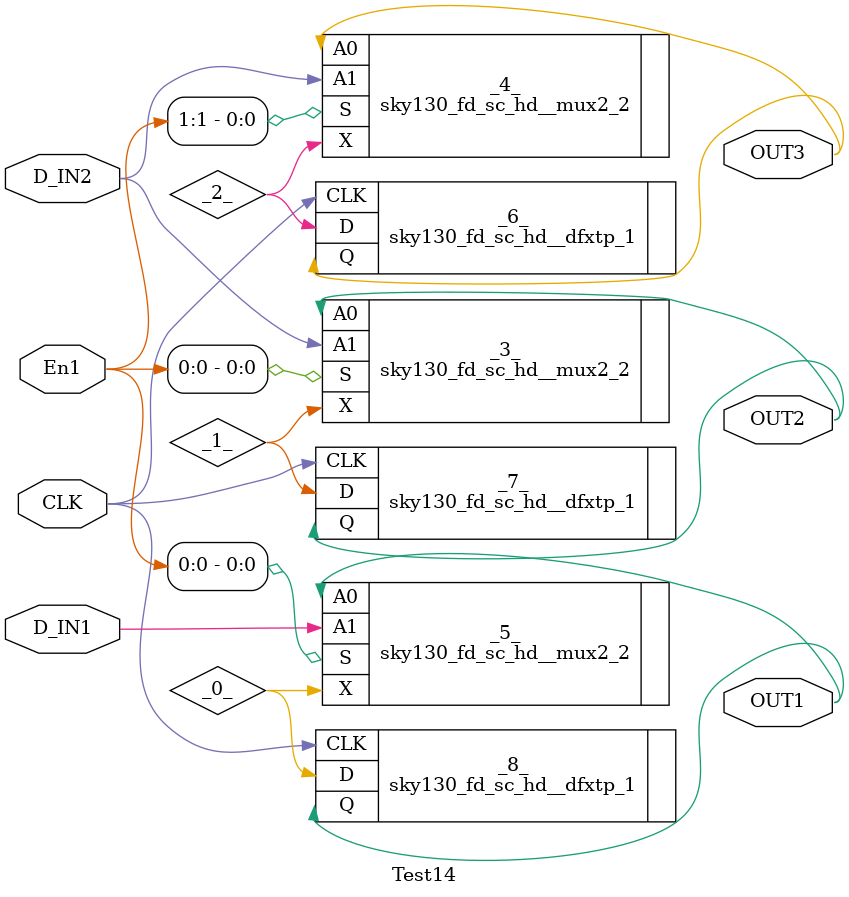
<source format=v>
/* Generated by Yosys 0.7 (git sha1 61f6811, gcc 6.2.0-11ubuntu1 -O2 -fdebug-prefix-map=/build/yosys-OIL3SR/yosys-0.7=. -fstack-protector-strong -fPIC -Os) */

module Test14(CLK, En1, D_IN1, D_IN2, OUT1, OUT2, OUT3);
  wire _0_;
  wire _1_;
  wire _2_;
  input CLK;
  input D_IN1;
  input D_IN2;
  input [1:0] En1;
  output OUT1;
  output OUT2;
  output OUT3;
  sky130_fd_sc_hd__mux2_2 _3_ (
    .A0(OUT2),
    .A1(D_IN2),
    .S(En1[0]),
    .X(_1_)
  );
  sky130_fd_sc_hd__mux2_2 _4_ (
    .A0(OUT3),
    .A1(D_IN2),
    .S(En1[1]),
    .X(_2_)
  );
  sky130_fd_sc_hd__mux2_2 _5_ (
    .A0(OUT1),
    .A1(D_IN1),
    .S(En1[0]),
    .X(_0_)
  );
  sky130_fd_sc_hd__dfxtp_1 _6_ (
    .CLK(CLK),
    .D(_2_),
    .Q(OUT3)
  );
  sky130_fd_sc_hd__dfxtp_1 _7_ (
    .CLK(CLK),
    .D(_1_),
    .Q(OUT2)
  );
  sky130_fd_sc_hd__dfxtp_1 _8_ (
    .CLK(CLK),
    .D(_0_),
    .Q(OUT1)
  );
endmodule

</source>
